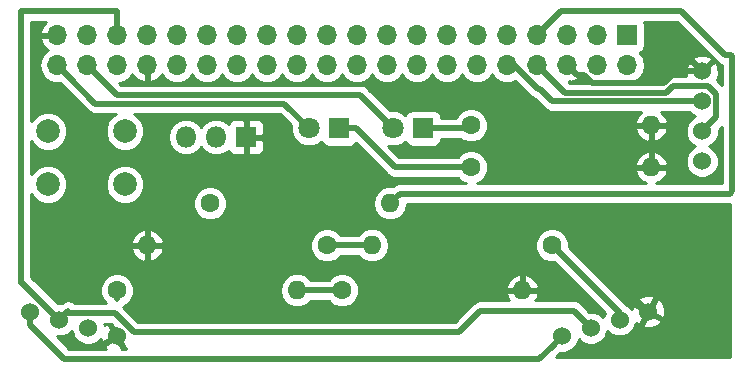
<source format=gbr>
G04 #@! TF.GenerationSoftware,KiCad,Pcbnew,(5.0.2)-1*
G04 #@! TF.CreationDate,2020-12-29T21:20:42+01:00*
G04 #@! TF.ProjectId,Radmesser,5261646d-6573-4736-9572-2e6b69636164,rev?*
G04 #@! TF.SameCoordinates,Original*
G04 #@! TF.FileFunction,Copper,L1,Top*
G04 #@! TF.FilePolarity,Positive*
%FSLAX46Y46*%
G04 Gerber Fmt 4.6, Leading zero omitted, Abs format (unit mm)*
G04 Created by KiCad (PCBNEW (5.0.2)-1) date 29.12.2020 21:20:42*
%MOMM*%
%LPD*%
G01*
G04 APERTURE LIST*
G04 #@! TA.AperFunction,ComponentPad*
%ADD10C,1.530000*%
G04 #@! TD*
G04 #@! TA.AperFunction,ComponentPad*
%ADD11R,1.800000X1.800000*%
G04 #@! TD*
G04 #@! TA.AperFunction,ComponentPad*
%ADD12C,1.800000*%
G04 #@! TD*
G04 #@! TA.AperFunction,ComponentPad*
%ADD13O,1.700000X1.700000*%
G04 #@! TD*
G04 #@! TA.AperFunction,ComponentPad*
%ADD14R,1.700000X1.700000*%
G04 #@! TD*
G04 #@! TA.AperFunction,ComponentPad*
%ADD15O,1.600000X1.600000*%
G04 #@! TD*
G04 #@! TA.AperFunction,ComponentPad*
%ADD16C,1.600000*%
G04 #@! TD*
G04 #@! TA.AperFunction,ComponentPad*
%ADD17O,1.800000X1.800000*%
G04 #@! TD*
G04 #@! TA.AperFunction,ComponentPad*
%ADD18C,2.000000*%
G04 #@! TD*
G04 #@! TA.AperFunction,Conductor*
%ADD19C,0.500000*%
G04 #@! TD*
G04 #@! TA.AperFunction,Conductor*
%ADD20C,0.600000*%
G04 #@! TD*
G04 #@! TA.AperFunction,Conductor*
%ADD21C,0.254000*%
G04 #@! TD*
G04 APERTURE END LIST*
D10*
G04 #@! TO.P,Uvorne1,2*
G04 #@! TO.N,Net-(J1-Pad35)*
X147509198Y-106649941D03*
G04 #@! TO.P,Uvorne1,3*
G04 #@! TO.N,Net-(R4-Pad1)*
X149950802Y-107350059D03*
G04 #@! TO.P,Uvorne1,4*
G04 #@! TO.N,GND*
X152392407Y-108050179D03*
G04 #@! TO.P,Uvorne1,1*
G04 #@! TO.N,Net-(J1-Pad2)*
X145067593Y-105949821D03*
G04 #@! TD*
G04 #@! TO.P,Uhinten2,1*
G04 #@! TO.N,Net-(J1-Pad2)*
X190067593Y-108050180D03*
G04 #@! TO.P,Uhinten2,4*
G04 #@! TO.N,GND*
X197392407Y-105949820D03*
G04 #@! TO.P,Uhinten2,3*
G04 #@! TO.N,Net-(R2-Pad1)*
X194950802Y-106649941D03*
G04 #@! TO.P,Uhinten2,2*
G04 #@! TO.N,Net-(J1-Pad35)*
X192509198Y-107350059D03*
G04 #@! TD*
D11*
G04 #@! TO.P,Drot2,1*
G04 #@! TO.N,Net-(Drot2-Pad1)*
X178308000Y-90424000D03*
D12*
G04 #@! TO.P,Drot2,2*
G04 #@! TO.N,Net-(Drot2-Pad2)*
X175768000Y-90424000D03*
G04 #@! TD*
G04 #@! TO.P,Dgrun1,2*
G04 #@! TO.N,Net-(Dgrun1-Pad2)*
X168656000Y-90424000D03*
D11*
G04 #@! TO.P,Dgrun1,1*
G04 #@! TO.N,Net-(Dgrun1-Pad1)*
X171196000Y-90424000D03*
G04 #@! TD*
D10*
G04 #@! TO.P,GPS1,2*
G04 #@! TO.N,Net-(GPS1-Pad2)*
X201930000Y-90678000D03*
G04 #@! TO.P,GPS1,3*
G04 #@! TO.N,Net-(GPS1-Pad3)*
X201930000Y-88138000D03*
G04 #@! TO.P,GPS1,4*
G04 #@! TO.N,GND*
X201930000Y-85598000D03*
G04 #@! TO.P,GPS1,1*
G04 #@! TO.N,Net-(GPS1-Pad1)*
X201930000Y-93218000D03*
G04 #@! TD*
D13*
G04 #@! TO.P,J1,40*
G04 #@! TO.N,Net-(Dgrun1-Pad2)*
X147320000Y-85090000D03*
G04 #@! TO.P,J1,39*
G04 #@! TO.N,GND*
X147320000Y-82550000D03*
G04 #@! TO.P,J1,38*
G04 #@! TO.N,Net-(Drot2-Pad2)*
X149860000Y-85090000D03*
G04 #@! TO.P,J1,37*
G04 #@! TO.N,Net-(J1-Pad37)*
X149860000Y-82550000D03*
G04 #@! TO.P,J1,36*
G04 #@! TO.N,Net-(J1-Pad36)*
X152400000Y-85090000D03*
G04 #@! TO.P,J1,35*
G04 #@! TO.N,Net-(J1-Pad35)*
X152400000Y-82550000D03*
G04 #@! TO.P,J1,34*
G04 #@! TO.N,GND*
X154940000Y-85090000D03*
G04 #@! TO.P,J1,33*
G04 #@! TO.N,Net-(J1-Pad33)*
X154940000Y-82550000D03*
G04 #@! TO.P,J1,32*
G04 #@! TO.N,Net-(J1-Pad32)*
X157480000Y-85090000D03*
G04 #@! TO.P,J1,31*
G04 #@! TO.N,Net-(J1-Pad31)*
X157480000Y-82550000D03*
G04 #@! TO.P,J1,30*
G04 #@! TO.N,Net-(J1-Pad30)*
X160020000Y-85090000D03*
G04 #@! TO.P,J1,29*
G04 #@! TO.N,Net-(J1-Pad29)*
X160020000Y-82550000D03*
G04 #@! TO.P,J1,28*
G04 #@! TO.N,Net-(J1-Pad28)*
X162560000Y-85090000D03*
G04 #@! TO.P,J1,27*
G04 #@! TO.N,Net-(J1-Pad27)*
X162560000Y-82550000D03*
G04 #@! TO.P,J1,26*
G04 #@! TO.N,Net-(J1-Pad26)*
X165100000Y-85090000D03*
G04 #@! TO.P,J1,25*
G04 #@! TO.N,Net-(J1-Pad25)*
X165100000Y-82550000D03*
G04 #@! TO.P,J1,24*
G04 #@! TO.N,Net-(J1-Pad24)*
X167640000Y-85090000D03*
G04 #@! TO.P,J1,23*
G04 #@! TO.N,Net-(J1-Pad23)*
X167640000Y-82550000D03*
G04 #@! TO.P,J1,22*
G04 #@! TO.N,Net-(J1-Pad22)*
X170180000Y-85090000D03*
G04 #@! TO.P,J1,21*
G04 #@! TO.N,Net-(J1-Pad21)*
X170180000Y-82550000D03*
G04 #@! TO.P,J1,20*
G04 #@! TO.N,Net-(J1-Pad20)*
X172720000Y-85090000D03*
G04 #@! TO.P,J1,19*
G04 #@! TO.N,Net-(J1-Pad19)*
X172720000Y-82550000D03*
G04 #@! TO.P,J1,18*
G04 #@! TO.N,Net-(J1-Pad18)*
X175260000Y-85090000D03*
G04 #@! TO.P,J1,17*
G04 #@! TO.N,Net-(J1-Pad17)*
X175260000Y-82550000D03*
G04 #@! TO.P,J1,16*
G04 #@! TO.N,Net-(J1-Pad16)*
X177800000Y-85090000D03*
G04 #@! TO.P,J1,15*
G04 #@! TO.N,Net-(J1-Pad15)*
X177800000Y-82550000D03*
G04 #@! TO.P,J1,14*
G04 #@! TO.N,Net-(J1-Pad14)*
X180340000Y-85090000D03*
G04 #@! TO.P,J1,13*
G04 #@! TO.N,Net-(J1-Pad13)*
X180340000Y-82550000D03*
G04 #@! TO.P,J1,12*
G04 #@! TO.N,Net-(J1-Pad12)*
X182880000Y-85090000D03*
G04 #@! TO.P,J1,11*
G04 #@! TO.N,Net-(J1-Pad11)*
X182880000Y-82550000D03*
G04 #@! TO.P,J1,10*
G04 #@! TO.N,Net-(GPS1-Pad3)*
X185420000Y-85090000D03*
G04 #@! TO.P,J1,9*
G04 #@! TO.N,Net-(J1-Pad9)*
X185420000Y-82550000D03*
G04 #@! TO.P,J1,8*
G04 #@! TO.N,Net-(GPS1-Pad2)*
X187960000Y-85090000D03*
G04 #@! TO.P,J1,7*
G04 #@! TO.N,Net-(J1-Pad7)*
X187960000Y-82550000D03*
G04 #@! TO.P,J1,6*
G04 #@! TO.N,GND*
X190500000Y-85090000D03*
G04 #@! TO.P,J1,5*
G04 #@! TO.N,Net-(J1-Pad5)*
X190500000Y-82550000D03*
G04 #@! TO.P,J1,4*
G04 #@! TO.N,Net-(J1-Pad4)*
X193040000Y-85090000D03*
G04 #@! TO.P,J1,3*
G04 #@! TO.N,Net-(J1-Pad3)*
X193040000Y-82550000D03*
G04 #@! TO.P,J1,2*
G04 #@! TO.N,Net-(J1-Pad2)*
X195580000Y-85090000D03*
D14*
G04 #@! TO.P,J1,1*
G04 #@! TO.N,Net-(GPS1-Pad1)*
X195580000Y-82550000D03*
G04 #@! TD*
D15*
G04 #@! TO.P,R1,2*
G04 #@! TO.N,GND*
X154940000Y-100330000D03*
D16*
G04 #@! TO.P,R1,1*
G04 #@! TO.N,Net-(J1-Pad16)*
X170180000Y-100330000D03*
G04 #@! TD*
G04 #@! TO.P,R2,1*
G04 #@! TO.N,Net-(R2-Pad1)*
X189230000Y-100330000D03*
D15*
G04 #@! TO.P,R2,2*
G04 #@! TO.N,Net-(J1-Pad16)*
X173990000Y-100330000D03*
G04 #@! TD*
G04 #@! TO.P,R3,2*
G04 #@! TO.N,GND*
X186690000Y-104140000D03*
D16*
G04 #@! TO.P,R3,1*
G04 #@! TO.N,Net-(J1-Pad18)*
X171450000Y-104140000D03*
G04 #@! TD*
G04 #@! TO.P,R4,1*
G04 #@! TO.N,Net-(R4-Pad1)*
X152400000Y-104140000D03*
D15*
G04 #@! TO.P,R4,2*
G04 #@! TO.N,Net-(J1-Pad18)*
X167640000Y-104140000D03*
G04 #@! TD*
G04 #@! TO.P,R5,2*
G04 #@! TO.N,GND*
X197612000Y-90170000D03*
D16*
G04 #@! TO.P,R5,1*
G04 #@! TO.N,Net-(Drot2-Pad1)*
X182372000Y-90170000D03*
G04 #@! TD*
G04 #@! TO.P,R6,1*
G04 #@! TO.N,Net-(Dgrun1-Pad1)*
X182372000Y-93726000D03*
D15*
G04 #@! TO.P,R6,2*
G04 #@! TO.N,GND*
X197612000Y-93726000D03*
G04 #@! TD*
G04 #@! TO.P,R7,2*
G04 #@! TO.N,Net-(J1-Pad7)*
X175514000Y-96774000D03*
D16*
G04 #@! TO.P,R7,1*
G04 #@! TO.N,Net-(GPS1-Pad1)*
X160274000Y-96774000D03*
G04 #@! TD*
D17*
G04 #@! TO.P,U3,3*
G04 #@! TO.N,Net-(GPS1-Pad1)*
X158242000Y-91186000D03*
G04 #@! TO.P,U3,2*
G04 #@! TO.N,Net-(J1-Pad7)*
X160782000Y-91186000D03*
D11*
G04 #@! TO.P,U3,1*
G04 #@! TO.N,GND*
X163322000Y-91186000D03*
G04 #@! TD*
D18*
G04 #@! TO.P,SW1,1*
G04 #@! TO.N,Net-(J1-Pad31)*
X153058000Y-90678000D03*
G04 #@! TO.P,SW1,2*
G04 #@! TO.N,Net-(J1-Pad17)*
X153058000Y-95178000D03*
G04 #@! TO.P,SW1,1*
G04 #@! TO.N,Net-(J1-Pad31)*
X146558000Y-90678000D03*
G04 #@! TO.P,SW1,2*
G04 #@! TO.N,Net-(J1-Pad17)*
X146558000Y-95178000D03*
G04 #@! TD*
D19*
G04 #@! TO.N,Net-(Dgrun1-Pad2)*
X148169999Y-85939999D02*
X147320000Y-85090000D01*
X150560010Y-88330010D02*
X148169999Y-85939999D01*
X166562010Y-88330010D02*
X150560010Y-88330010D01*
X168656000Y-90424000D02*
X166562010Y-88330010D01*
G04 #@! TO.N,Net-(Dgrun1-Pad1)*
X181240630Y-93726000D02*
X182372000Y-93726000D01*
X175898000Y-93726000D02*
X181240630Y-93726000D01*
X172596000Y-90424000D02*
X175898000Y-93726000D01*
X171196000Y-90424000D02*
X172596000Y-90424000D01*
G04 #@! TO.N,Net-(Drot2-Pad1)*
X182118000Y-90424000D02*
X182372000Y-90170000D01*
X178308000Y-90424000D02*
X182118000Y-90424000D01*
G04 #@! TO.N,Net-(Drot2-Pad2)*
X152400000Y-87630000D02*
X149860000Y-85090000D01*
X175768000Y-90424000D02*
X172974000Y-87630000D01*
X172974000Y-87630000D02*
X152400000Y-87630000D01*
G04 #@! TO.N,Net-(GPS1-Pad2)*
X190307990Y-87437990D02*
X187960000Y-85090000D01*
X201930000Y-90678000D02*
X203145001Y-89462999D01*
X203145001Y-89462999D02*
X203145001Y-87554799D01*
X203145001Y-87554799D02*
X202458202Y-86868000D01*
X202458202Y-86868000D02*
X199434674Y-86868000D01*
X199434674Y-86868000D02*
X198864684Y-87437990D01*
X198864684Y-87437990D02*
X190307990Y-87437990D01*
D20*
G04 #@! TO.N,GND*
X196627408Y-105184821D02*
X197392407Y-105949820D01*
D19*
X163322000Y-91186000D02*
X163322000Y-91948000D01*
X191965997Y-85939999D02*
X192639998Y-86614000D01*
X190500000Y-85090000D02*
X191349999Y-85939999D01*
X191349999Y-85939999D02*
X191965997Y-85939999D01*
X200848127Y-85598000D02*
X201930000Y-85598000D01*
X199714712Y-85598000D02*
X200848127Y-85598000D01*
X198698712Y-86614000D02*
X199714712Y-85598000D01*
X192639998Y-86614000D02*
X198698712Y-86614000D01*
G04 #@! TO.N,Net-(J1-Pad35)*
X152400000Y-80535010D02*
X144254990Y-80535010D01*
X152400000Y-82550000D02*
X152400000Y-80535010D01*
X144254990Y-80535010D02*
X144254990Y-103503189D01*
X144362446Y-103503189D02*
X147509198Y-106649941D01*
X144254990Y-103503189D02*
X144362446Y-103503189D01*
X192509198Y-107350059D02*
X191044081Y-105884942D01*
X191044081Y-105884942D02*
X183167058Y-105884942D01*
X183167058Y-105884942D02*
X181356000Y-107696000D01*
X152217569Y-106077139D02*
X148082000Y-106077139D01*
X153836430Y-107696000D02*
X152217569Y-106077139D01*
X181356000Y-107696000D02*
X153836430Y-107696000D01*
X148274197Y-105884942D02*
X148082000Y-106077139D01*
X148082000Y-106077139D02*
X147509198Y-106649941D01*
G04 #@! TO.N,Net-(J1-Pad18)*
X167640000Y-104140000D02*
X171450000Y-104140000D01*
G04 #@! TO.N,Net-(J1-Pad16)*
X170180000Y-100330000D02*
X173990000Y-100330000D01*
G04 #@! TO.N,Net-(J1-Pad7)*
X204470000Y-95758000D02*
X204253999Y-95974001D01*
X189974990Y-80535010D02*
X200169010Y-80535010D01*
X187960000Y-82550000D02*
X189974990Y-80535010D01*
X200169010Y-80535010D02*
X203845011Y-84211011D01*
X176313999Y-95974001D02*
X175514000Y-96774000D01*
X203845011Y-84211011D02*
X204353011Y-84211011D01*
X204253999Y-95974001D02*
X176313999Y-95974001D01*
X204353011Y-84211011D02*
X204470000Y-84328000D01*
X204470000Y-84328000D02*
X204470000Y-95758000D01*
G04 #@! TO.N,Net-(R2-Pad1)*
X194950802Y-106050802D02*
X194950802Y-106649941D01*
X189230000Y-100330000D02*
X194950802Y-106050802D01*
G04 #@! TO.N,Net-(R4-Pad1)*
X152400000Y-104140000D02*
X152400000Y-104836295D01*
G04 #@! TO.N,Net-(GPS1-Pad3)*
X186035998Y-85090000D02*
X185420000Y-85090000D01*
X188036009Y-87090011D02*
X186035998Y-85090000D01*
X188182011Y-87090011D02*
X188036009Y-87090011D01*
X201930000Y-88138000D02*
X189230000Y-88138000D01*
X189230000Y-88138000D02*
X188182011Y-87090011D01*
G04 #@! TO.N,Net-(J1-Pad2)*
X145067593Y-107031694D02*
X145034000Y-107065287D01*
X145067593Y-105949821D02*
X145067593Y-107031694D01*
X189302594Y-108815179D02*
X190067593Y-108050180D01*
X188142783Y-109974990D02*
X189302594Y-108815179D01*
X147943703Y-109974990D02*
X188142783Y-109974990D01*
X145034000Y-107065287D02*
X147943703Y-109974990D01*
G04 #@! TD*
D21*
G04 #@! TO.N,GND*
G36*
X146124817Y-81668642D02*
X145878514Y-82193108D01*
X145999181Y-82423000D01*
X147193000Y-82423000D01*
X147193000Y-82403000D01*
X147447000Y-82403000D01*
X147447000Y-82423000D01*
X147467000Y-82423000D01*
X147467000Y-82677000D01*
X147447000Y-82677000D01*
X147447000Y-82697000D01*
X147193000Y-82697000D01*
X147193000Y-82677000D01*
X145999181Y-82677000D01*
X145878514Y-82906892D01*
X146124817Y-83431358D01*
X146549786Y-83818647D01*
X146249375Y-84019375D01*
X145921161Y-84510582D01*
X145805908Y-85090000D01*
X145921161Y-85669418D01*
X146249375Y-86160625D01*
X146740582Y-86488839D01*
X147173744Y-86575000D01*
X147466256Y-86575000D01*
X147538959Y-86560538D01*
X147605844Y-86627423D01*
X147605847Y-86627425D01*
X149872587Y-88894166D01*
X149921961Y-88968059D01*
X149995854Y-89017433D01*
X149995855Y-89017434D01*
X150068825Y-89066191D01*
X150214700Y-89163662D01*
X150472845Y-89215010D01*
X150472849Y-89215010D01*
X150560010Y-89232347D01*
X150647171Y-89215010D01*
X152317510Y-89215010D01*
X152131847Y-89291914D01*
X151671914Y-89751847D01*
X151423000Y-90352778D01*
X151423000Y-91003222D01*
X151671914Y-91604153D01*
X152131847Y-92064086D01*
X152732778Y-92313000D01*
X153383222Y-92313000D01*
X153984153Y-92064086D01*
X154444086Y-91604153D01*
X154617290Y-91186000D01*
X156676928Y-91186000D01*
X156796062Y-91784927D01*
X157135327Y-92292673D01*
X157643073Y-92631938D01*
X158090818Y-92721000D01*
X158393182Y-92721000D01*
X158840927Y-92631938D01*
X159348673Y-92292673D01*
X159512000Y-92048237D01*
X159675327Y-92292673D01*
X160183073Y-92631938D01*
X160630818Y-92721000D01*
X160933182Y-92721000D01*
X161380927Y-92631938D01*
X161835112Y-92328462D01*
X161883673Y-92445699D01*
X162062302Y-92624327D01*
X162295691Y-92721000D01*
X163036250Y-92721000D01*
X163195000Y-92562250D01*
X163195000Y-91313000D01*
X163449000Y-91313000D01*
X163449000Y-92562250D01*
X163607750Y-92721000D01*
X164348309Y-92721000D01*
X164581698Y-92624327D01*
X164760327Y-92445699D01*
X164857000Y-92212310D01*
X164857000Y-91471750D01*
X164698250Y-91313000D01*
X163449000Y-91313000D01*
X163195000Y-91313000D01*
X163175000Y-91313000D01*
X163175000Y-91059000D01*
X163195000Y-91059000D01*
X163195000Y-89809750D01*
X163449000Y-89809750D01*
X163449000Y-91059000D01*
X164698250Y-91059000D01*
X164857000Y-90900250D01*
X164857000Y-90159690D01*
X164760327Y-89926301D01*
X164581698Y-89747673D01*
X164348309Y-89651000D01*
X163607750Y-89651000D01*
X163449000Y-89809750D01*
X163195000Y-89809750D01*
X163036250Y-89651000D01*
X162295691Y-89651000D01*
X162062302Y-89747673D01*
X161883673Y-89926301D01*
X161835112Y-90043538D01*
X161380927Y-89740062D01*
X160933182Y-89651000D01*
X160630818Y-89651000D01*
X160183073Y-89740062D01*
X159675327Y-90079327D01*
X159512000Y-90323763D01*
X159348673Y-90079327D01*
X158840927Y-89740062D01*
X158393182Y-89651000D01*
X158090818Y-89651000D01*
X157643073Y-89740062D01*
X157135327Y-90079327D01*
X156796062Y-90587073D01*
X156676928Y-91186000D01*
X154617290Y-91186000D01*
X154693000Y-91003222D01*
X154693000Y-90352778D01*
X154444086Y-89751847D01*
X153984153Y-89291914D01*
X153798490Y-89215010D01*
X166195432Y-89215010D01*
X167121000Y-90140579D01*
X167121000Y-90729330D01*
X167354690Y-91293507D01*
X167786493Y-91725310D01*
X168350670Y-91959000D01*
X168961330Y-91959000D01*
X169525507Y-91725310D01*
X169694725Y-91556092D01*
X169697843Y-91571765D01*
X169838191Y-91781809D01*
X170048235Y-91922157D01*
X170296000Y-91971440D01*
X172096000Y-91971440D01*
X172343765Y-91922157D01*
X172553809Y-91781809D01*
X172613259Y-91692837D01*
X175210577Y-94290156D01*
X175259951Y-94364049D01*
X175333844Y-94413423D01*
X175333845Y-94413424D01*
X175408674Y-94463423D01*
X175552690Y-94559652D01*
X175810835Y-94611000D01*
X175810839Y-94611000D01*
X175897999Y-94628337D01*
X175985159Y-94611000D01*
X181227604Y-94611000D01*
X181559138Y-94942534D01*
X181912740Y-95089001D01*
X176401158Y-95089001D01*
X176313998Y-95071664D01*
X176226838Y-95089001D01*
X176226834Y-95089001D01*
X175968689Y-95140349D01*
X175968687Y-95140350D01*
X175968688Y-95140350D01*
X175749844Y-95286577D01*
X175749843Y-95286578D01*
X175675950Y-95335952D01*
X175671734Y-95342262D01*
X175655333Y-95339000D01*
X175372667Y-95339000D01*
X174954091Y-95422260D01*
X174479423Y-95739423D01*
X174162260Y-96214091D01*
X174050887Y-96774000D01*
X174162260Y-97333909D01*
X174479423Y-97808577D01*
X174954091Y-98125740D01*
X175372667Y-98209000D01*
X175655333Y-98209000D01*
X176073909Y-98125740D01*
X176548577Y-97808577D01*
X176865740Y-97333909D01*
X176960205Y-96859001D01*
X204166838Y-96859001D01*
X204253999Y-96876338D01*
X204290001Y-96869177D01*
X204290001Y-109780116D01*
X189586845Y-109782507D01*
X189919172Y-109450180D01*
X190346070Y-109450180D01*
X190860630Y-109237043D01*
X191254456Y-108843217D01*
X191467593Y-108328657D01*
X191467593Y-108288354D01*
X191716161Y-108536922D01*
X192230721Y-108750059D01*
X192787675Y-108750059D01*
X193302235Y-108536922D01*
X193696061Y-108143096D01*
X193909198Y-107628536D01*
X193909198Y-107588237D01*
X194157765Y-107836804D01*
X194672325Y-108049941D01*
X195229279Y-108049941D01*
X195743839Y-107836804D01*
X196137665Y-107442978D01*
X196273340Y-107115428D01*
X196891506Y-107115428D01*
X197025475Y-107329281D01*
X197581303Y-107364695D01*
X198108373Y-107184707D01*
X198434586Y-106925225D01*
X198434873Y-106672874D01*
X197441913Y-106122468D01*
X196891506Y-107115428D01*
X196273340Y-107115428D01*
X196350802Y-106928418D01*
X196350802Y-106908774D01*
X196417002Y-106991999D01*
X196669353Y-106992286D01*
X197219759Y-105999326D01*
X197041137Y-105900314D01*
X197565055Y-105900314D01*
X198558015Y-106450721D01*
X198771868Y-106316752D01*
X198807282Y-105760924D01*
X198627294Y-105233854D01*
X198367812Y-104907641D01*
X198115461Y-104907354D01*
X197565055Y-105900314D01*
X197041137Y-105900314D01*
X196226799Y-105448919D01*
X196012946Y-105582888D01*
X196004003Y-105723242D01*
X195743839Y-105463078D01*
X195534226Y-105376254D01*
X195514958Y-105363379D01*
X195378345Y-105226766D01*
X196349941Y-105226766D01*
X197342901Y-105777172D01*
X197893308Y-104784212D01*
X197759339Y-104570359D01*
X197203511Y-104534945D01*
X196676441Y-104714933D01*
X196350228Y-104974415D01*
X196349941Y-105226766D01*
X195378345Y-105226766D01*
X190665000Y-100513422D01*
X190665000Y-100044561D01*
X190446534Y-99517138D01*
X190042862Y-99113466D01*
X189515439Y-98895000D01*
X188944561Y-98895000D01*
X188417138Y-99113466D01*
X188013466Y-99517138D01*
X187795000Y-100044561D01*
X187795000Y-100615439D01*
X188013466Y-101142862D01*
X188417138Y-101546534D01*
X188944561Y-101765000D01*
X189413422Y-101765000D01*
X193688193Y-106039772D01*
X193550802Y-106371464D01*
X193550802Y-106411763D01*
X193302235Y-106163196D01*
X192787675Y-105950059D01*
X192360776Y-105950059D01*
X191731506Y-105320789D01*
X191682130Y-105246893D01*
X191389391Y-105051290D01*
X191131246Y-104999942D01*
X191131242Y-104999942D01*
X191044081Y-104982605D01*
X190956920Y-104999942D01*
X187810054Y-104999942D01*
X187921041Y-104877423D01*
X188081904Y-104489039D01*
X187959915Y-104267000D01*
X186817000Y-104267000D01*
X186817000Y-104287000D01*
X186563000Y-104287000D01*
X186563000Y-104267000D01*
X185420085Y-104267000D01*
X185298096Y-104489039D01*
X185458959Y-104877423D01*
X185569946Y-104999942D01*
X183254219Y-104999942D01*
X183167058Y-104982605D01*
X183079897Y-104999942D01*
X183079893Y-104999942D01*
X182840887Y-105047483D01*
X182821748Y-105051290D01*
X182602903Y-105197518D01*
X182602902Y-105197519D01*
X182529009Y-105246893D01*
X182479635Y-105320786D01*
X180989422Y-106811000D01*
X154203009Y-106811000D01*
X152935124Y-105543116D01*
X153038049Y-105474344D01*
X153079993Y-105411570D01*
X153212862Y-105356534D01*
X153616534Y-104952862D01*
X153835000Y-104425439D01*
X153835000Y-104140000D01*
X166176887Y-104140000D01*
X166288260Y-104699909D01*
X166605423Y-105174577D01*
X167080091Y-105491740D01*
X167498667Y-105575000D01*
X167781333Y-105575000D01*
X168199909Y-105491740D01*
X168674577Y-105174577D01*
X168774521Y-105025000D01*
X170305604Y-105025000D01*
X170637138Y-105356534D01*
X171164561Y-105575000D01*
X171735439Y-105575000D01*
X172262862Y-105356534D01*
X172666534Y-104952862D01*
X172885000Y-104425439D01*
X172885000Y-103854561D01*
X172858656Y-103790961D01*
X185298096Y-103790961D01*
X185420085Y-104013000D01*
X186563000Y-104013000D01*
X186563000Y-102869371D01*
X186817000Y-102869371D01*
X186817000Y-104013000D01*
X187959915Y-104013000D01*
X188081904Y-103790961D01*
X187921041Y-103402577D01*
X187545134Y-102987611D01*
X187039041Y-102748086D01*
X186817000Y-102869371D01*
X186563000Y-102869371D01*
X186340959Y-102748086D01*
X185834866Y-102987611D01*
X185458959Y-103402577D01*
X185298096Y-103790961D01*
X172858656Y-103790961D01*
X172666534Y-103327138D01*
X172262862Y-102923466D01*
X171735439Y-102705000D01*
X171164561Y-102705000D01*
X170637138Y-102923466D01*
X170305604Y-103255000D01*
X168774521Y-103255000D01*
X168674577Y-103105423D01*
X168199909Y-102788260D01*
X167781333Y-102705000D01*
X167498667Y-102705000D01*
X167080091Y-102788260D01*
X166605423Y-103105423D01*
X166288260Y-103580091D01*
X166176887Y-104140000D01*
X153835000Y-104140000D01*
X153835000Y-103854561D01*
X153616534Y-103327138D01*
X153212862Y-102923466D01*
X152685439Y-102705000D01*
X152114561Y-102705000D01*
X151587138Y-102923466D01*
X151183466Y-103327138D01*
X150965000Y-103854561D01*
X150965000Y-104425439D01*
X151183466Y-104952862D01*
X151422743Y-105192139D01*
X148830301Y-105192139D01*
X148619507Y-105051290D01*
X148274197Y-104982605D01*
X147928888Y-105051290D01*
X147710043Y-105197518D01*
X147657620Y-105249941D01*
X147360777Y-105249941D01*
X145139990Y-103029155D01*
X145139990Y-100679039D01*
X153548096Y-100679039D01*
X153708959Y-101067423D01*
X154084866Y-101482389D01*
X154590959Y-101721914D01*
X154813000Y-101600629D01*
X154813000Y-100457000D01*
X155067000Y-100457000D01*
X155067000Y-101600629D01*
X155289041Y-101721914D01*
X155795134Y-101482389D01*
X156171041Y-101067423D01*
X156331904Y-100679039D01*
X156209915Y-100457000D01*
X155067000Y-100457000D01*
X154813000Y-100457000D01*
X153670085Y-100457000D01*
X153548096Y-100679039D01*
X145139990Y-100679039D01*
X145139990Y-99980961D01*
X153548096Y-99980961D01*
X153670085Y-100203000D01*
X154813000Y-100203000D01*
X154813000Y-99059371D01*
X155067000Y-99059371D01*
X155067000Y-100203000D01*
X156209915Y-100203000D01*
X156296961Y-100044561D01*
X168745000Y-100044561D01*
X168745000Y-100615439D01*
X168963466Y-101142862D01*
X169367138Y-101546534D01*
X169894561Y-101765000D01*
X170465439Y-101765000D01*
X170992862Y-101546534D01*
X171324396Y-101215000D01*
X172855479Y-101215000D01*
X172955423Y-101364577D01*
X173430091Y-101681740D01*
X173848667Y-101765000D01*
X174131333Y-101765000D01*
X174549909Y-101681740D01*
X175024577Y-101364577D01*
X175341740Y-100889909D01*
X175453113Y-100330000D01*
X175341740Y-99770091D01*
X175024577Y-99295423D01*
X174549909Y-98978260D01*
X174131333Y-98895000D01*
X173848667Y-98895000D01*
X173430091Y-98978260D01*
X172955423Y-99295423D01*
X172855479Y-99445000D01*
X171324396Y-99445000D01*
X170992862Y-99113466D01*
X170465439Y-98895000D01*
X169894561Y-98895000D01*
X169367138Y-99113466D01*
X168963466Y-99517138D01*
X168745000Y-100044561D01*
X156296961Y-100044561D01*
X156331904Y-99980961D01*
X156171041Y-99592577D01*
X155795134Y-99177611D01*
X155289041Y-98938086D01*
X155067000Y-99059371D01*
X154813000Y-99059371D01*
X154590959Y-98938086D01*
X154084866Y-99177611D01*
X153708959Y-99592577D01*
X153548096Y-99980961D01*
X145139990Y-99980961D01*
X145139990Y-96027082D01*
X145171914Y-96104153D01*
X145631847Y-96564086D01*
X146232778Y-96813000D01*
X146883222Y-96813000D01*
X147484153Y-96564086D01*
X147944086Y-96104153D01*
X148193000Y-95503222D01*
X148193000Y-94852778D01*
X151423000Y-94852778D01*
X151423000Y-95503222D01*
X151671914Y-96104153D01*
X152131847Y-96564086D01*
X152732778Y-96813000D01*
X153383222Y-96813000D01*
X153984153Y-96564086D01*
X154059678Y-96488561D01*
X158839000Y-96488561D01*
X158839000Y-97059439D01*
X159057466Y-97586862D01*
X159461138Y-97990534D01*
X159988561Y-98209000D01*
X160559439Y-98209000D01*
X161086862Y-97990534D01*
X161490534Y-97586862D01*
X161709000Y-97059439D01*
X161709000Y-96488561D01*
X161490534Y-95961138D01*
X161086862Y-95557466D01*
X160559439Y-95339000D01*
X159988561Y-95339000D01*
X159461138Y-95557466D01*
X159057466Y-95961138D01*
X158839000Y-96488561D01*
X154059678Y-96488561D01*
X154444086Y-96104153D01*
X154693000Y-95503222D01*
X154693000Y-94852778D01*
X154444086Y-94251847D01*
X153984153Y-93791914D01*
X153383222Y-93543000D01*
X152732778Y-93543000D01*
X152131847Y-93791914D01*
X151671914Y-94251847D01*
X151423000Y-94852778D01*
X148193000Y-94852778D01*
X147944086Y-94251847D01*
X147484153Y-93791914D01*
X146883222Y-93543000D01*
X146232778Y-93543000D01*
X145631847Y-93791914D01*
X145171914Y-94251847D01*
X145139990Y-94328918D01*
X145139990Y-91527082D01*
X145171914Y-91604153D01*
X145631847Y-92064086D01*
X146232778Y-92313000D01*
X146883222Y-92313000D01*
X147484153Y-92064086D01*
X147944086Y-91604153D01*
X148193000Y-91003222D01*
X148193000Y-90352778D01*
X147944086Y-89751847D01*
X147484153Y-89291914D01*
X146883222Y-89043000D01*
X146232778Y-89043000D01*
X145631847Y-89291914D01*
X145171914Y-89751847D01*
X145139990Y-89828918D01*
X145139990Y-81420010D01*
X146397639Y-81420010D01*
X146124817Y-81668642D01*
X146124817Y-81668642D01*
G37*
X146124817Y-81668642D02*
X145878514Y-82193108D01*
X145999181Y-82423000D01*
X147193000Y-82423000D01*
X147193000Y-82403000D01*
X147447000Y-82403000D01*
X147447000Y-82423000D01*
X147467000Y-82423000D01*
X147467000Y-82677000D01*
X147447000Y-82677000D01*
X147447000Y-82697000D01*
X147193000Y-82697000D01*
X147193000Y-82677000D01*
X145999181Y-82677000D01*
X145878514Y-82906892D01*
X146124817Y-83431358D01*
X146549786Y-83818647D01*
X146249375Y-84019375D01*
X145921161Y-84510582D01*
X145805908Y-85090000D01*
X145921161Y-85669418D01*
X146249375Y-86160625D01*
X146740582Y-86488839D01*
X147173744Y-86575000D01*
X147466256Y-86575000D01*
X147538959Y-86560538D01*
X147605844Y-86627423D01*
X147605847Y-86627425D01*
X149872587Y-88894166D01*
X149921961Y-88968059D01*
X149995854Y-89017433D01*
X149995855Y-89017434D01*
X150068825Y-89066191D01*
X150214700Y-89163662D01*
X150472845Y-89215010D01*
X150472849Y-89215010D01*
X150560010Y-89232347D01*
X150647171Y-89215010D01*
X152317510Y-89215010D01*
X152131847Y-89291914D01*
X151671914Y-89751847D01*
X151423000Y-90352778D01*
X151423000Y-91003222D01*
X151671914Y-91604153D01*
X152131847Y-92064086D01*
X152732778Y-92313000D01*
X153383222Y-92313000D01*
X153984153Y-92064086D01*
X154444086Y-91604153D01*
X154617290Y-91186000D01*
X156676928Y-91186000D01*
X156796062Y-91784927D01*
X157135327Y-92292673D01*
X157643073Y-92631938D01*
X158090818Y-92721000D01*
X158393182Y-92721000D01*
X158840927Y-92631938D01*
X159348673Y-92292673D01*
X159512000Y-92048237D01*
X159675327Y-92292673D01*
X160183073Y-92631938D01*
X160630818Y-92721000D01*
X160933182Y-92721000D01*
X161380927Y-92631938D01*
X161835112Y-92328462D01*
X161883673Y-92445699D01*
X162062302Y-92624327D01*
X162295691Y-92721000D01*
X163036250Y-92721000D01*
X163195000Y-92562250D01*
X163195000Y-91313000D01*
X163449000Y-91313000D01*
X163449000Y-92562250D01*
X163607750Y-92721000D01*
X164348309Y-92721000D01*
X164581698Y-92624327D01*
X164760327Y-92445699D01*
X164857000Y-92212310D01*
X164857000Y-91471750D01*
X164698250Y-91313000D01*
X163449000Y-91313000D01*
X163195000Y-91313000D01*
X163175000Y-91313000D01*
X163175000Y-91059000D01*
X163195000Y-91059000D01*
X163195000Y-89809750D01*
X163449000Y-89809750D01*
X163449000Y-91059000D01*
X164698250Y-91059000D01*
X164857000Y-90900250D01*
X164857000Y-90159690D01*
X164760327Y-89926301D01*
X164581698Y-89747673D01*
X164348309Y-89651000D01*
X163607750Y-89651000D01*
X163449000Y-89809750D01*
X163195000Y-89809750D01*
X163036250Y-89651000D01*
X162295691Y-89651000D01*
X162062302Y-89747673D01*
X161883673Y-89926301D01*
X161835112Y-90043538D01*
X161380927Y-89740062D01*
X160933182Y-89651000D01*
X160630818Y-89651000D01*
X160183073Y-89740062D01*
X159675327Y-90079327D01*
X159512000Y-90323763D01*
X159348673Y-90079327D01*
X158840927Y-89740062D01*
X158393182Y-89651000D01*
X158090818Y-89651000D01*
X157643073Y-89740062D01*
X157135327Y-90079327D01*
X156796062Y-90587073D01*
X156676928Y-91186000D01*
X154617290Y-91186000D01*
X154693000Y-91003222D01*
X154693000Y-90352778D01*
X154444086Y-89751847D01*
X153984153Y-89291914D01*
X153798490Y-89215010D01*
X166195432Y-89215010D01*
X167121000Y-90140579D01*
X167121000Y-90729330D01*
X167354690Y-91293507D01*
X167786493Y-91725310D01*
X168350670Y-91959000D01*
X168961330Y-91959000D01*
X169525507Y-91725310D01*
X169694725Y-91556092D01*
X169697843Y-91571765D01*
X169838191Y-91781809D01*
X170048235Y-91922157D01*
X170296000Y-91971440D01*
X172096000Y-91971440D01*
X172343765Y-91922157D01*
X172553809Y-91781809D01*
X172613259Y-91692837D01*
X175210577Y-94290156D01*
X175259951Y-94364049D01*
X175333844Y-94413423D01*
X175333845Y-94413424D01*
X175408674Y-94463423D01*
X175552690Y-94559652D01*
X175810835Y-94611000D01*
X175810839Y-94611000D01*
X175897999Y-94628337D01*
X175985159Y-94611000D01*
X181227604Y-94611000D01*
X181559138Y-94942534D01*
X181912740Y-95089001D01*
X176401158Y-95089001D01*
X176313998Y-95071664D01*
X176226838Y-95089001D01*
X176226834Y-95089001D01*
X175968689Y-95140349D01*
X175968687Y-95140350D01*
X175968688Y-95140350D01*
X175749844Y-95286577D01*
X175749843Y-95286578D01*
X175675950Y-95335952D01*
X175671734Y-95342262D01*
X175655333Y-95339000D01*
X175372667Y-95339000D01*
X174954091Y-95422260D01*
X174479423Y-95739423D01*
X174162260Y-96214091D01*
X174050887Y-96774000D01*
X174162260Y-97333909D01*
X174479423Y-97808577D01*
X174954091Y-98125740D01*
X175372667Y-98209000D01*
X175655333Y-98209000D01*
X176073909Y-98125740D01*
X176548577Y-97808577D01*
X176865740Y-97333909D01*
X176960205Y-96859001D01*
X204166838Y-96859001D01*
X204253999Y-96876338D01*
X204290001Y-96869177D01*
X204290001Y-109780116D01*
X189586845Y-109782507D01*
X189919172Y-109450180D01*
X190346070Y-109450180D01*
X190860630Y-109237043D01*
X191254456Y-108843217D01*
X191467593Y-108328657D01*
X191467593Y-108288354D01*
X191716161Y-108536922D01*
X192230721Y-108750059D01*
X192787675Y-108750059D01*
X193302235Y-108536922D01*
X193696061Y-108143096D01*
X193909198Y-107628536D01*
X193909198Y-107588237D01*
X194157765Y-107836804D01*
X194672325Y-108049941D01*
X195229279Y-108049941D01*
X195743839Y-107836804D01*
X196137665Y-107442978D01*
X196273340Y-107115428D01*
X196891506Y-107115428D01*
X197025475Y-107329281D01*
X197581303Y-107364695D01*
X198108373Y-107184707D01*
X198434586Y-106925225D01*
X198434873Y-106672874D01*
X197441913Y-106122468D01*
X196891506Y-107115428D01*
X196273340Y-107115428D01*
X196350802Y-106928418D01*
X196350802Y-106908774D01*
X196417002Y-106991999D01*
X196669353Y-106992286D01*
X197219759Y-105999326D01*
X197041137Y-105900314D01*
X197565055Y-105900314D01*
X198558015Y-106450721D01*
X198771868Y-106316752D01*
X198807282Y-105760924D01*
X198627294Y-105233854D01*
X198367812Y-104907641D01*
X198115461Y-104907354D01*
X197565055Y-105900314D01*
X197041137Y-105900314D01*
X196226799Y-105448919D01*
X196012946Y-105582888D01*
X196004003Y-105723242D01*
X195743839Y-105463078D01*
X195534226Y-105376254D01*
X195514958Y-105363379D01*
X195378345Y-105226766D01*
X196349941Y-105226766D01*
X197342901Y-105777172D01*
X197893308Y-104784212D01*
X197759339Y-104570359D01*
X197203511Y-104534945D01*
X196676441Y-104714933D01*
X196350228Y-104974415D01*
X196349941Y-105226766D01*
X195378345Y-105226766D01*
X190665000Y-100513422D01*
X190665000Y-100044561D01*
X190446534Y-99517138D01*
X190042862Y-99113466D01*
X189515439Y-98895000D01*
X188944561Y-98895000D01*
X188417138Y-99113466D01*
X188013466Y-99517138D01*
X187795000Y-100044561D01*
X187795000Y-100615439D01*
X188013466Y-101142862D01*
X188417138Y-101546534D01*
X188944561Y-101765000D01*
X189413422Y-101765000D01*
X193688193Y-106039772D01*
X193550802Y-106371464D01*
X193550802Y-106411763D01*
X193302235Y-106163196D01*
X192787675Y-105950059D01*
X192360776Y-105950059D01*
X191731506Y-105320789D01*
X191682130Y-105246893D01*
X191389391Y-105051290D01*
X191131246Y-104999942D01*
X191131242Y-104999942D01*
X191044081Y-104982605D01*
X190956920Y-104999942D01*
X187810054Y-104999942D01*
X187921041Y-104877423D01*
X188081904Y-104489039D01*
X187959915Y-104267000D01*
X186817000Y-104267000D01*
X186817000Y-104287000D01*
X186563000Y-104287000D01*
X186563000Y-104267000D01*
X185420085Y-104267000D01*
X185298096Y-104489039D01*
X185458959Y-104877423D01*
X185569946Y-104999942D01*
X183254219Y-104999942D01*
X183167058Y-104982605D01*
X183079897Y-104999942D01*
X183079893Y-104999942D01*
X182840887Y-105047483D01*
X182821748Y-105051290D01*
X182602903Y-105197518D01*
X182602902Y-105197519D01*
X182529009Y-105246893D01*
X182479635Y-105320786D01*
X180989422Y-106811000D01*
X154203009Y-106811000D01*
X152935124Y-105543116D01*
X153038049Y-105474344D01*
X153079993Y-105411570D01*
X153212862Y-105356534D01*
X153616534Y-104952862D01*
X153835000Y-104425439D01*
X153835000Y-104140000D01*
X166176887Y-104140000D01*
X166288260Y-104699909D01*
X166605423Y-105174577D01*
X167080091Y-105491740D01*
X167498667Y-105575000D01*
X167781333Y-105575000D01*
X168199909Y-105491740D01*
X168674577Y-105174577D01*
X168774521Y-105025000D01*
X170305604Y-105025000D01*
X170637138Y-105356534D01*
X171164561Y-105575000D01*
X171735439Y-105575000D01*
X172262862Y-105356534D01*
X172666534Y-104952862D01*
X172885000Y-104425439D01*
X172885000Y-103854561D01*
X172858656Y-103790961D01*
X185298096Y-103790961D01*
X185420085Y-104013000D01*
X186563000Y-104013000D01*
X186563000Y-102869371D01*
X186817000Y-102869371D01*
X186817000Y-104013000D01*
X187959915Y-104013000D01*
X188081904Y-103790961D01*
X187921041Y-103402577D01*
X187545134Y-102987611D01*
X187039041Y-102748086D01*
X186817000Y-102869371D01*
X186563000Y-102869371D01*
X186340959Y-102748086D01*
X185834866Y-102987611D01*
X185458959Y-103402577D01*
X185298096Y-103790961D01*
X172858656Y-103790961D01*
X172666534Y-103327138D01*
X172262862Y-102923466D01*
X171735439Y-102705000D01*
X171164561Y-102705000D01*
X170637138Y-102923466D01*
X170305604Y-103255000D01*
X168774521Y-103255000D01*
X168674577Y-103105423D01*
X168199909Y-102788260D01*
X167781333Y-102705000D01*
X167498667Y-102705000D01*
X167080091Y-102788260D01*
X166605423Y-103105423D01*
X166288260Y-103580091D01*
X166176887Y-104140000D01*
X153835000Y-104140000D01*
X153835000Y-103854561D01*
X153616534Y-103327138D01*
X153212862Y-102923466D01*
X152685439Y-102705000D01*
X152114561Y-102705000D01*
X151587138Y-102923466D01*
X151183466Y-103327138D01*
X150965000Y-103854561D01*
X150965000Y-104425439D01*
X151183466Y-104952862D01*
X151422743Y-105192139D01*
X148830301Y-105192139D01*
X148619507Y-105051290D01*
X148274197Y-104982605D01*
X147928888Y-105051290D01*
X147710043Y-105197518D01*
X147657620Y-105249941D01*
X147360777Y-105249941D01*
X145139990Y-103029155D01*
X145139990Y-100679039D01*
X153548096Y-100679039D01*
X153708959Y-101067423D01*
X154084866Y-101482389D01*
X154590959Y-101721914D01*
X154813000Y-101600629D01*
X154813000Y-100457000D01*
X155067000Y-100457000D01*
X155067000Y-101600629D01*
X155289041Y-101721914D01*
X155795134Y-101482389D01*
X156171041Y-101067423D01*
X156331904Y-100679039D01*
X156209915Y-100457000D01*
X155067000Y-100457000D01*
X154813000Y-100457000D01*
X153670085Y-100457000D01*
X153548096Y-100679039D01*
X145139990Y-100679039D01*
X145139990Y-99980961D01*
X153548096Y-99980961D01*
X153670085Y-100203000D01*
X154813000Y-100203000D01*
X154813000Y-99059371D01*
X155067000Y-99059371D01*
X155067000Y-100203000D01*
X156209915Y-100203000D01*
X156296961Y-100044561D01*
X168745000Y-100044561D01*
X168745000Y-100615439D01*
X168963466Y-101142862D01*
X169367138Y-101546534D01*
X169894561Y-101765000D01*
X170465439Y-101765000D01*
X170992862Y-101546534D01*
X171324396Y-101215000D01*
X172855479Y-101215000D01*
X172955423Y-101364577D01*
X173430091Y-101681740D01*
X173848667Y-101765000D01*
X174131333Y-101765000D01*
X174549909Y-101681740D01*
X175024577Y-101364577D01*
X175341740Y-100889909D01*
X175453113Y-100330000D01*
X175341740Y-99770091D01*
X175024577Y-99295423D01*
X174549909Y-98978260D01*
X174131333Y-98895000D01*
X173848667Y-98895000D01*
X173430091Y-98978260D01*
X172955423Y-99295423D01*
X172855479Y-99445000D01*
X171324396Y-99445000D01*
X170992862Y-99113466D01*
X170465439Y-98895000D01*
X169894561Y-98895000D01*
X169367138Y-99113466D01*
X168963466Y-99517138D01*
X168745000Y-100044561D01*
X156296961Y-100044561D01*
X156331904Y-99980961D01*
X156171041Y-99592577D01*
X155795134Y-99177611D01*
X155289041Y-98938086D01*
X155067000Y-99059371D01*
X154813000Y-99059371D01*
X154590959Y-98938086D01*
X154084866Y-99177611D01*
X153708959Y-99592577D01*
X153548096Y-99980961D01*
X145139990Y-99980961D01*
X145139990Y-96027082D01*
X145171914Y-96104153D01*
X145631847Y-96564086D01*
X146232778Y-96813000D01*
X146883222Y-96813000D01*
X147484153Y-96564086D01*
X147944086Y-96104153D01*
X148193000Y-95503222D01*
X148193000Y-94852778D01*
X151423000Y-94852778D01*
X151423000Y-95503222D01*
X151671914Y-96104153D01*
X152131847Y-96564086D01*
X152732778Y-96813000D01*
X153383222Y-96813000D01*
X153984153Y-96564086D01*
X154059678Y-96488561D01*
X158839000Y-96488561D01*
X158839000Y-97059439D01*
X159057466Y-97586862D01*
X159461138Y-97990534D01*
X159988561Y-98209000D01*
X160559439Y-98209000D01*
X161086862Y-97990534D01*
X161490534Y-97586862D01*
X161709000Y-97059439D01*
X161709000Y-96488561D01*
X161490534Y-95961138D01*
X161086862Y-95557466D01*
X160559439Y-95339000D01*
X159988561Y-95339000D01*
X159461138Y-95557466D01*
X159057466Y-95961138D01*
X158839000Y-96488561D01*
X154059678Y-96488561D01*
X154444086Y-96104153D01*
X154693000Y-95503222D01*
X154693000Y-94852778D01*
X154444086Y-94251847D01*
X153984153Y-93791914D01*
X153383222Y-93543000D01*
X152732778Y-93543000D01*
X152131847Y-93791914D01*
X151671914Y-94251847D01*
X151423000Y-94852778D01*
X148193000Y-94852778D01*
X147944086Y-94251847D01*
X147484153Y-93791914D01*
X146883222Y-93543000D01*
X146232778Y-93543000D01*
X145631847Y-93791914D01*
X145171914Y-94251847D01*
X145139990Y-94328918D01*
X145139990Y-91527082D01*
X145171914Y-91604153D01*
X145631847Y-92064086D01*
X146232778Y-92313000D01*
X146883222Y-92313000D01*
X147484153Y-92064086D01*
X147944086Y-91604153D01*
X148193000Y-91003222D01*
X148193000Y-90352778D01*
X147944086Y-89751847D01*
X147484153Y-89291914D01*
X146883222Y-89043000D01*
X146232778Y-89043000D01*
X145631847Y-89291914D01*
X145171914Y-89751847D01*
X145139990Y-89828918D01*
X145139990Y-81420010D01*
X146397639Y-81420010D01*
X146124817Y-81668642D01*
G36*
X152038367Y-107149516D02*
X152421776Y-107841202D01*
X152406548Y-107856430D01*
X152586156Y-108036038D01*
X152755523Y-107866671D01*
X152837511Y-107948660D01*
X152565055Y-108099685D01*
X153113989Y-109089990D01*
X152823578Y-109089990D01*
X152342901Y-108222827D01*
X151349941Y-108773233D01*
X151350228Y-109025584D01*
X151440038Y-109089990D01*
X148310282Y-109089990D01*
X147270233Y-108049941D01*
X147787675Y-108049941D01*
X148302235Y-107836804D01*
X148550802Y-107588237D01*
X148550802Y-107628536D01*
X148763939Y-108143096D01*
X149157765Y-108536922D01*
X149672325Y-108750059D01*
X150229279Y-108750059D01*
X150743839Y-108536922D01*
X150997676Y-108283085D01*
X151012946Y-108417111D01*
X151226799Y-108551080D01*
X152219759Y-108000673D01*
X151669353Y-107007713D01*
X151417002Y-107008000D01*
X151350802Y-107100312D01*
X151350802Y-107071582D01*
X151305469Y-106962139D01*
X151850991Y-106962139D01*
X152038367Y-107149516D01*
X152038367Y-107149516D01*
G37*
X152038367Y-107149516D02*
X152421776Y-107841202D01*
X152406548Y-107856430D01*
X152586156Y-108036038D01*
X152755523Y-107866671D01*
X152837511Y-107948660D01*
X152565055Y-108099685D01*
X153113989Y-109089990D01*
X152823578Y-109089990D01*
X152342901Y-108222827D01*
X151349941Y-108773233D01*
X151350228Y-109025584D01*
X151440038Y-109089990D01*
X148310282Y-109089990D01*
X147270233Y-108049941D01*
X147787675Y-108049941D01*
X148302235Y-107836804D01*
X148550802Y-107588237D01*
X148550802Y-107628536D01*
X148763939Y-108143096D01*
X149157765Y-108536922D01*
X149672325Y-108750059D01*
X150229279Y-108750059D01*
X150743839Y-108536922D01*
X150997676Y-108283085D01*
X151012946Y-108417111D01*
X151226799Y-108551080D01*
X152219759Y-108000673D01*
X151669353Y-107007713D01*
X151417002Y-107008000D01*
X151350802Y-107100312D01*
X151350802Y-107071582D01*
X151305469Y-106962139D01*
X151850991Y-106962139D01*
X152038367Y-107149516D01*
G36*
X155067000Y-84963000D02*
X155087000Y-84963000D01*
X155087000Y-85217000D01*
X155067000Y-85217000D01*
X155067000Y-86410155D01*
X155296890Y-86531476D01*
X155706924Y-86361645D01*
X156135183Y-85971358D01*
X156196157Y-85841522D01*
X156409375Y-86160625D01*
X156900582Y-86488839D01*
X157333744Y-86575000D01*
X157626256Y-86575000D01*
X158059418Y-86488839D01*
X158550625Y-86160625D01*
X158750000Y-85862239D01*
X158949375Y-86160625D01*
X159440582Y-86488839D01*
X159873744Y-86575000D01*
X160166256Y-86575000D01*
X160599418Y-86488839D01*
X161090625Y-86160625D01*
X161290000Y-85862239D01*
X161489375Y-86160625D01*
X161980582Y-86488839D01*
X162413744Y-86575000D01*
X162706256Y-86575000D01*
X163139418Y-86488839D01*
X163630625Y-86160625D01*
X163830000Y-85862239D01*
X164029375Y-86160625D01*
X164520582Y-86488839D01*
X164953744Y-86575000D01*
X165246256Y-86575000D01*
X165679418Y-86488839D01*
X166170625Y-86160625D01*
X166370000Y-85862239D01*
X166569375Y-86160625D01*
X167060582Y-86488839D01*
X167493744Y-86575000D01*
X167786256Y-86575000D01*
X168219418Y-86488839D01*
X168710625Y-86160625D01*
X168910000Y-85862239D01*
X169109375Y-86160625D01*
X169600582Y-86488839D01*
X170033744Y-86575000D01*
X170326256Y-86575000D01*
X170759418Y-86488839D01*
X171250625Y-86160625D01*
X171450000Y-85862239D01*
X171649375Y-86160625D01*
X172140582Y-86488839D01*
X172573744Y-86575000D01*
X172866256Y-86575000D01*
X173299418Y-86488839D01*
X173790625Y-86160625D01*
X173990000Y-85862239D01*
X174189375Y-86160625D01*
X174680582Y-86488839D01*
X175113744Y-86575000D01*
X175406256Y-86575000D01*
X175839418Y-86488839D01*
X176330625Y-86160625D01*
X176530000Y-85862239D01*
X176729375Y-86160625D01*
X177220582Y-86488839D01*
X177653744Y-86575000D01*
X177946256Y-86575000D01*
X178379418Y-86488839D01*
X178870625Y-86160625D01*
X179070000Y-85862239D01*
X179269375Y-86160625D01*
X179760582Y-86488839D01*
X180193744Y-86575000D01*
X180486256Y-86575000D01*
X180919418Y-86488839D01*
X181410625Y-86160625D01*
X181610000Y-85862239D01*
X181809375Y-86160625D01*
X182300582Y-86488839D01*
X182733744Y-86575000D01*
X183026256Y-86575000D01*
X183459418Y-86488839D01*
X183950625Y-86160625D01*
X184150000Y-85862239D01*
X184349375Y-86160625D01*
X184840582Y-86488839D01*
X185273744Y-86575000D01*
X185566256Y-86575000D01*
X185999418Y-86488839D01*
X186109622Y-86415203D01*
X187348586Y-87654167D01*
X187397960Y-87728060D01*
X187471853Y-87777434D01*
X187471854Y-87777435D01*
X187494685Y-87792690D01*
X187690699Y-87923663D01*
X187782307Y-87941885D01*
X188542577Y-88702156D01*
X188591951Y-88776049D01*
X188665844Y-88825423D01*
X188665845Y-88825424D01*
X188760993Y-88889000D01*
X188884690Y-88971652D01*
X189142835Y-89023000D01*
X189142839Y-89023000D01*
X189229999Y-89040337D01*
X189317159Y-89023000D01*
X196751984Y-89023000D01*
X196380959Y-89432577D01*
X196220096Y-89820961D01*
X196342085Y-90043000D01*
X197485000Y-90043000D01*
X197485000Y-90023000D01*
X197739000Y-90023000D01*
X197739000Y-90043000D01*
X198881915Y-90043000D01*
X199003904Y-89820961D01*
X198843041Y-89432577D01*
X198472016Y-89023000D01*
X200835100Y-89023000D01*
X201136963Y-89324863D01*
X201337674Y-89408000D01*
X201136963Y-89491137D01*
X200743137Y-89884963D01*
X200530000Y-90399523D01*
X200530000Y-90956477D01*
X200743137Y-91471037D01*
X201136963Y-91864863D01*
X201337674Y-91948000D01*
X201136963Y-92031137D01*
X200743137Y-92424963D01*
X200530000Y-92939523D01*
X200530000Y-93496477D01*
X200743137Y-94011037D01*
X201136963Y-94404863D01*
X201651523Y-94618000D01*
X202208477Y-94618000D01*
X202723037Y-94404863D01*
X203116863Y-94011037D01*
X203330000Y-93496477D01*
X203330000Y-92939523D01*
X203116863Y-92424963D01*
X202723037Y-92031137D01*
X202522326Y-91948000D01*
X202723037Y-91864863D01*
X203116863Y-91471037D01*
X203330000Y-90956477D01*
X203330000Y-90529579D01*
X203585001Y-90274578D01*
X203585001Y-95089001D01*
X198022131Y-95089001D01*
X198467134Y-94878389D01*
X198843041Y-94463423D01*
X199003904Y-94075039D01*
X198881915Y-93853000D01*
X197739000Y-93853000D01*
X197739000Y-93873000D01*
X197485000Y-93873000D01*
X197485000Y-93853000D01*
X196342085Y-93853000D01*
X196220096Y-94075039D01*
X196380959Y-94463423D01*
X196756866Y-94878389D01*
X197201869Y-95089001D01*
X182831260Y-95089001D01*
X183184862Y-94942534D01*
X183588534Y-94538862D01*
X183807000Y-94011439D01*
X183807000Y-93440561D01*
X183780656Y-93376961D01*
X196220096Y-93376961D01*
X196342085Y-93599000D01*
X197485000Y-93599000D01*
X197485000Y-92455371D01*
X197739000Y-92455371D01*
X197739000Y-93599000D01*
X198881915Y-93599000D01*
X199003904Y-93376961D01*
X198843041Y-92988577D01*
X198467134Y-92573611D01*
X197961041Y-92334086D01*
X197739000Y-92455371D01*
X197485000Y-92455371D01*
X197262959Y-92334086D01*
X196756866Y-92573611D01*
X196380959Y-92988577D01*
X196220096Y-93376961D01*
X183780656Y-93376961D01*
X183588534Y-92913138D01*
X183184862Y-92509466D01*
X182657439Y-92291000D01*
X182086561Y-92291000D01*
X181559138Y-92509466D01*
X181227604Y-92841000D01*
X176264579Y-92841000D01*
X175325945Y-91902367D01*
X175462670Y-91959000D01*
X176073330Y-91959000D01*
X176637507Y-91725310D01*
X176806725Y-91556092D01*
X176809843Y-91571765D01*
X176950191Y-91781809D01*
X177160235Y-91922157D01*
X177408000Y-91971440D01*
X179208000Y-91971440D01*
X179455765Y-91922157D01*
X179665809Y-91781809D01*
X179806157Y-91571765D01*
X179855440Y-91324000D01*
X179855440Y-91309000D01*
X181481604Y-91309000D01*
X181559138Y-91386534D01*
X182086561Y-91605000D01*
X182657439Y-91605000D01*
X183184862Y-91386534D01*
X183588534Y-90982862D01*
X183780655Y-90519039D01*
X196220096Y-90519039D01*
X196380959Y-90907423D01*
X196756866Y-91322389D01*
X197262959Y-91561914D01*
X197485000Y-91440629D01*
X197485000Y-90297000D01*
X197739000Y-90297000D01*
X197739000Y-91440629D01*
X197961041Y-91561914D01*
X198467134Y-91322389D01*
X198843041Y-90907423D01*
X199003904Y-90519039D01*
X198881915Y-90297000D01*
X197739000Y-90297000D01*
X197485000Y-90297000D01*
X196342085Y-90297000D01*
X196220096Y-90519039D01*
X183780655Y-90519039D01*
X183807000Y-90455439D01*
X183807000Y-89884561D01*
X183588534Y-89357138D01*
X183184862Y-88953466D01*
X182657439Y-88735000D01*
X182086561Y-88735000D01*
X181559138Y-88953466D01*
X181155466Y-89357138D01*
X181080136Y-89539000D01*
X179855440Y-89539000D01*
X179855440Y-89524000D01*
X179806157Y-89276235D01*
X179665809Y-89066191D01*
X179455765Y-88925843D01*
X179208000Y-88876560D01*
X177408000Y-88876560D01*
X177160235Y-88925843D01*
X176950191Y-89066191D01*
X176809843Y-89276235D01*
X176806725Y-89291908D01*
X176637507Y-89122690D01*
X176073330Y-88889000D01*
X175484579Y-88889000D01*
X173661425Y-87065847D01*
X173612049Y-86991951D01*
X173319310Y-86796348D01*
X173061165Y-86745000D01*
X173061161Y-86745000D01*
X172974000Y-86727663D01*
X172886839Y-86745000D01*
X152766579Y-86745000D01*
X152588230Y-86566651D01*
X152979418Y-86488839D01*
X153470625Y-86160625D01*
X153683843Y-85841522D01*
X153744817Y-85971358D01*
X154173076Y-86361645D01*
X154583110Y-86531476D01*
X154813000Y-86410155D01*
X154813000Y-85217000D01*
X154793000Y-85217000D01*
X154793000Y-84963000D01*
X154813000Y-84963000D01*
X154813000Y-84943000D01*
X155067000Y-84943000D01*
X155067000Y-84963000D01*
X155067000Y-84963000D01*
G37*
X155067000Y-84963000D02*
X155087000Y-84963000D01*
X155087000Y-85217000D01*
X155067000Y-85217000D01*
X155067000Y-86410155D01*
X155296890Y-86531476D01*
X155706924Y-86361645D01*
X156135183Y-85971358D01*
X156196157Y-85841522D01*
X156409375Y-86160625D01*
X156900582Y-86488839D01*
X157333744Y-86575000D01*
X157626256Y-86575000D01*
X158059418Y-86488839D01*
X158550625Y-86160625D01*
X158750000Y-85862239D01*
X158949375Y-86160625D01*
X159440582Y-86488839D01*
X159873744Y-86575000D01*
X160166256Y-86575000D01*
X160599418Y-86488839D01*
X161090625Y-86160625D01*
X161290000Y-85862239D01*
X161489375Y-86160625D01*
X161980582Y-86488839D01*
X162413744Y-86575000D01*
X162706256Y-86575000D01*
X163139418Y-86488839D01*
X163630625Y-86160625D01*
X163830000Y-85862239D01*
X164029375Y-86160625D01*
X164520582Y-86488839D01*
X164953744Y-86575000D01*
X165246256Y-86575000D01*
X165679418Y-86488839D01*
X166170625Y-86160625D01*
X166370000Y-85862239D01*
X166569375Y-86160625D01*
X167060582Y-86488839D01*
X167493744Y-86575000D01*
X167786256Y-86575000D01*
X168219418Y-86488839D01*
X168710625Y-86160625D01*
X168910000Y-85862239D01*
X169109375Y-86160625D01*
X169600582Y-86488839D01*
X170033744Y-86575000D01*
X170326256Y-86575000D01*
X170759418Y-86488839D01*
X171250625Y-86160625D01*
X171450000Y-85862239D01*
X171649375Y-86160625D01*
X172140582Y-86488839D01*
X172573744Y-86575000D01*
X172866256Y-86575000D01*
X173299418Y-86488839D01*
X173790625Y-86160625D01*
X173990000Y-85862239D01*
X174189375Y-86160625D01*
X174680582Y-86488839D01*
X175113744Y-86575000D01*
X175406256Y-86575000D01*
X175839418Y-86488839D01*
X176330625Y-86160625D01*
X176530000Y-85862239D01*
X176729375Y-86160625D01*
X177220582Y-86488839D01*
X177653744Y-86575000D01*
X177946256Y-86575000D01*
X178379418Y-86488839D01*
X178870625Y-86160625D01*
X179070000Y-85862239D01*
X179269375Y-86160625D01*
X179760582Y-86488839D01*
X180193744Y-86575000D01*
X180486256Y-86575000D01*
X180919418Y-86488839D01*
X181410625Y-86160625D01*
X181610000Y-85862239D01*
X181809375Y-86160625D01*
X182300582Y-86488839D01*
X182733744Y-86575000D01*
X183026256Y-86575000D01*
X183459418Y-86488839D01*
X183950625Y-86160625D01*
X184150000Y-85862239D01*
X184349375Y-86160625D01*
X184840582Y-86488839D01*
X185273744Y-86575000D01*
X185566256Y-86575000D01*
X185999418Y-86488839D01*
X186109622Y-86415203D01*
X187348586Y-87654167D01*
X187397960Y-87728060D01*
X187471853Y-87777434D01*
X187471854Y-87777435D01*
X187494685Y-87792690D01*
X187690699Y-87923663D01*
X187782307Y-87941885D01*
X188542577Y-88702156D01*
X188591951Y-88776049D01*
X188665844Y-88825423D01*
X188665845Y-88825424D01*
X188760993Y-88889000D01*
X188884690Y-88971652D01*
X189142835Y-89023000D01*
X189142839Y-89023000D01*
X189229999Y-89040337D01*
X189317159Y-89023000D01*
X196751984Y-89023000D01*
X196380959Y-89432577D01*
X196220096Y-89820961D01*
X196342085Y-90043000D01*
X197485000Y-90043000D01*
X197485000Y-90023000D01*
X197739000Y-90023000D01*
X197739000Y-90043000D01*
X198881915Y-90043000D01*
X199003904Y-89820961D01*
X198843041Y-89432577D01*
X198472016Y-89023000D01*
X200835100Y-89023000D01*
X201136963Y-89324863D01*
X201337674Y-89408000D01*
X201136963Y-89491137D01*
X200743137Y-89884963D01*
X200530000Y-90399523D01*
X200530000Y-90956477D01*
X200743137Y-91471037D01*
X201136963Y-91864863D01*
X201337674Y-91948000D01*
X201136963Y-92031137D01*
X200743137Y-92424963D01*
X200530000Y-92939523D01*
X200530000Y-93496477D01*
X200743137Y-94011037D01*
X201136963Y-94404863D01*
X201651523Y-94618000D01*
X202208477Y-94618000D01*
X202723037Y-94404863D01*
X203116863Y-94011037D01*
X203330000Y-93496477D01*
X203330000Y-92939523D01*
X203116863Y-92424963D01*
X202723037Y-92031137D01*
X202522326Y-91948000D01*
X202723037Y-91864863D01*
X203116863Y-91471037D01*
X203330000Y-90956477D01*
X203330000Y-90529579D01*
X203585001Y-90274578D01*
X203585001Y-95089001D01*
X198022131Y-95089001D01*
X198467134Y-94878389D01*
X198843041Y-94463423D01*
X199003904Y-94075039D01*
X198881915Y-93853000D01*
X197739000Y-93853000D01*
X197739000Y-93873000D01*
X197485000Y-93873000D01*
X197485000Y-93853000D01*
X196342085Y-93853000D01*
X196220096Y-94075039D01*
X196380959Y-94463423D01*
X196756866Y-94878389D01*
X197201869Y-95089001D01*
X182831260Y-95089001D01*
X183184862Y-94942534D01*
X183588534Y-94538862D01*
X183807000Y-94011439D01*
X183807000Y-93440561D01*
X183780656Y-93376961D01*
X196220096Y-93376961D01*
X196342085Y-93599000D01*
X197485000Y-93599000D01*
X197485000Y-92455371D01*
X197739000Y-92455371D01*
X197739000Y-93599000D01*
X198881915Y-93599000D01*
X199003904Y-93376961D01*
X198843041Y-92988577D01*
X198467134Y-92573611D01*
X197961041Y-92334086D01*
X197739000Y-92455371D01*
X197485000Y-92455371D01*
X197262959Y-92334086D01*
X196756866Y-92573611D01*
X196380959Y-92988577D01*
X196220096Y-93376961D01*
X183780656Y-93376961D01*
X183588534Y-92913138D01*
X183184862Y-92509466D01*
X182657439Y-92291000D01*
X182086561Y-92291000D01*
X181559138Y-92509466D01*
X181227604Y-92841000D01*
X176264579Y-92841000D01*
X175325945Y-91902367D01*
X175462670Y-91959000D01*
X176073330Y-91959000D01*
X176637507Y-91725310D01*
X176806725Y-91556092D01*
X176809843Y-91571765D01*
X176950191Y-91781809D01*
X177160235Y-91922157D01*
X177408000Y-91971440D01*
X179208000Y-91971440D01*
X179455765Y-91922157D01*
X179665809Y-91781809D01*
X179806157Y-91571765D01*
X179855440Y-91324000D01*
X179855440Y-91309000D01*
X181481604Y-91309000D01*
X181559138Y-91386534D01*
X182086561Y-91605000D01*
X182657439Y-91605000D01*
X183184862Y-91386534D01*
X183588534Y-90982862D01*
X183780655Y-90519039D01*
X196220096Y-90519039D01*
X196380959Y-90907423D01*
X196756866Y-91322389D01*
X197262959Y-91561914D01*
X197485000Y-91440629D01*
X197485000Y-90297000D01*
X197739000Y-90297000D01*
X197739000Y-91440629D01*
X197961041Y-91561914D01*
X198467134Y-91322389D01*
X198843041Y-90907423D01*
X199003904Y-90519039D01*
X198881915Y-90297000D01*
X197739000Y-90297000D01*
X197485000Y-90297000D01*
X196342085Y-90297000D01*
X196220096Y-90519039D01*
X183780655Y-90519039D01*
X183807000Y-90455439D01*
X183807000Y-89884561D01*
X183588534Y-89357138D01*
X183184862Y-88953466D01*
X182657439Y-88735000D01*
X182086561Y-88735000D01*
X181559138Y-88953466D01*
X181155466Y-89357138D01*
X181080136Y-89539000D01*
X179855440Y-89539000D01*
X179855440Y-89524000D01*
X179806157Y-89276235D01*
X179665809Y-89066191D01*
X179455765Y-88925843D01*
X179208000Y-88876560D01*
X177408000Y-88876560D01*
X177160235Y-88925843D01*
X176950191Y-89066191D01*
X176809843Y-89276235D01*
X176806725Y-89291908D01*
X176637507Y-89122690D01*
X176073330Y-88889000D01*
X175484579Y-88889000D01*
X173661425Y-87065847D01*
X173612049Y-86991951D01*
X173319310Y-86796348D01*
X173061165Y-86745000D01*
X173061161Y-86745000D01*
X172974000Y-86727663D01*
X172886839Y-86745000D01*
X152766579Y-86745000D01*
X152588230Y-86566651D01*
X152979418Y-86488839D01*
X153470625Y-86160625D01*
X153683843Y-85841522D01*
X153744817Y-85971358D01*
X154173076Y-86361645D01*
X154583110Y-86531476D01*
X154813000Y-86410155D01*
X154813000Y-85217000D01*
X154793000Y-85217000D01*
X154793000Y-84963000D01*
X154813000Y-84963000D01*
X154813000Y-84943000D01*
X155067000Y-84943000D01*
X155067000Y-84963000D01*
G36*
X203157588Y-84775167D02*
X203206962Y-84849060D01*
X203280855Y-84898434D01*
X203280856Y-84898435D01*
X203377484Y-84963000D01*
X203499701Y-85044663D01*
X203585000Y-85061630D01*
X203585000Y-86743220D01*
X203159578Y-86317798D01*
X203342132Y-85806414D01*
X203314396Y-85250150D01*
X203154883Y-84865051D01*
X202912387Y-84795218D01*
X202109605Y-85598000D01*
X202123748Y-85612143D01*
X201944143Y-85791748D01*
X201930000Y-85777605D01*
X201915858Y-85791748D01*
X201736253Y-85612143D01*
X201750395Y-85598000D01*
X200947613Y-84795218D01*
X200705117Y-84865051D01*
X200517868Y-85389586D01*
X200545604Y-85945850D01*
X200560992Y-85983000D01*
X199521835Y-85983000D01*
X199434674Y-85965663D01*
X199347513Y-85983000D01*
X199347509Y-85983000D01*
X199089364Y-86034348D01*
X198870519Y-86180576D01*
X198870518Y-86180577D01*
X198796625Y-86229951D01*
X198747251Y-86303845D01*
X198498106Y-86552990D01*
X195836908Y-86552990D01*
X196159418Y-86488839D01*
X196650625Y-86160625D01*
X196978839Y-85669418D01*
X197094092Y-85090000D01*
X196999731Y-84615613D01*
X201127218Y-84615613D01*
X201930000Y-85418395D01*
X202732782Y-84615613D01*
X202662949Y-84373117D01*
X202138414Y-84185868D01*
X201582150Y-84213604D01*
X201197051Y-84373117D01*
X201127218Y-84615613D01*
X196999731Y-84615613D01*
X196978839Y-84510582D01*
X196650625Y-84019375D01*
X196632381Y-84007184D01*
X196677765Y-83998157D01*
X196887809Y-83857809D01*
X197028157Y-83647765D01*
X197077440Y-83400000D01*
X197077440Y-81700000D01*
X197028157Y-81452235D01*
X197006625Y-81420010D01*
X199802432Y-81420010D01*
X203157588Y-84775167D01*
X203157588Y-84775167D01*
G37*
X203157588Y-84775167D02*
X203206962Y-84849060D01*
X203280855Y-84898434D01*
X203280856Y-84898435D01*
X203377484Y-84963000D01*
X203499701Y-85044663D01*
X203585000Y-85061630D01*
X203585000Y-86743220D01*
X203159578Y-86317798D01*
X203342132Y-85806414D01*
X203314396Y-85250150D01*
X203154883Y-84865051D01*
X202912387Y-84795218D01*
X202109605Y-85598000D01*
X202123748Y-85612143D01*
X201944143Y-85791748D01*
X201930000Y-85777605D01*
X201915858Y-85791748D01*
X201736253Y-85612143D01*
X201750395Y-85598000D01*
X200947613Y-84795218D01*
X200705117Y-84865051D01*
X200517868Y-85389586D01*
X200545604Y-85945850D01*
X200560992Y-85983000D01*
X199521835Y-85983000D01*
X199434674Y-85965663D01*
X199347513Y-85983000D01*
X199347509Y-85983000D01*
X199089364Y-86034348D01*
X198870519Y-86180576D01*
X198870518Y-86180577D01*
X198796625Y-86229951D01*
X198747251Y-86303845D01*
X198498106Y-86552990D01*
X195836908Y-86552990D01*
X196159418Y-86488839D01*
X196650625Y-86160625D01*
X196978839Y-85669418D01*
X197094092Y-85090000D01*
X196999731Y-84615613D01*
X201127218Y-84615613D01*
X201930000Y-85418395D01*
X202732782Y-84615613D01*
X202662949Y-84373117D01*
X202138414Y-84185868D01*
X201582150Y-84213604D01*
X201197051Y-84373117D01*
X201127218Y-84615613D01*
X196999731Y-84615613D01*
X196978839Y-84510582D01*
X196650625Y-84019375D01*
X196632381Y-84007184D01*
X196677765Y-83998157D01*
X196887809Y-83857809D01*
X197028157Y-83647765D01*
X197077440Y-83400000D01*
X197077440Y-81700000D01*
X197028157Y-81452235D01*
X197006625Y-81420010D01*
X199802432Y-81420010D01*
X203157588Y-84775167D01*
G36*
X191969375Y-86160625D02*
X192460582Y-86488839D01*
X192783092Y-86552990D01*
X190674569Y-86552990D01*
X190627002Y-86505423D01*
X190627002Y-86410156D01*
X190856890Y-86531476D01*
X191266924Y-86361645D01*
X191695183Y-85971358D01*
X191756157Y-85841522D01*
X191969375Y-86160625D01*
X191969375Y-86160625D01*
G37*
X191969375Y-86160625D02*
X192460582Y-86488839D01*
X192783092Y-86552990D01*
X190674569Y-86552990D01*
X190627002Y-86505423D01*
X190627002Y-86410156D01*
X190856890Y-86531476D01*
X191266924Y-86361645D01*
X191695183Y-85971358D01*
X191756157Y-85841522D01*
X191969375Y-86160625D01*
G36*
X190627000Y-84963000D02*
X190647000Y-84963000D01*
X190647000Y-85217000D01*
X190627000Y-85217000D01*
X190627000Y-85237000D01*
X190373000Y-85237000D01*
X190373000Y-85217000D01*
X190353000Y-85217000D01*
X190353000Y-84963000D01*
X190373000Y-84963000D01*
X190373000Y-84943000D01*
X190627000Y-84943000D01*
X190627000Y-84963000D01*
X190627000Y-84963000D01*
G37*
X190627000Y-84963000D02*
X190647000Y-84963000D01*
X190647000Y-85217000D01*
X190627000Y-85217000D01*
X190627000Y-85237000D01*
X190373000Y-85237000D01*
X190373000Y-85217000D01*
X190353000Y-85217000D01*
X190353000Y-84963000D01*
X190373000Y-84963000D01*
X190373000Y-84943000D01*
X190627000Y-84943000D01*
X190627000Y-84963000D01*
G04 #@! TD*
M02*

</source>
